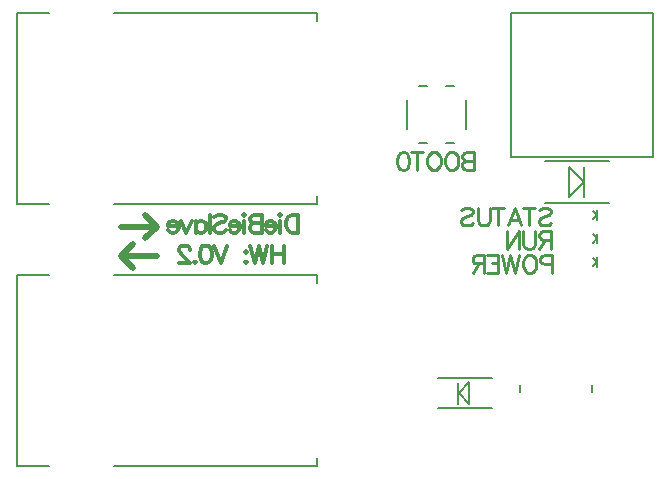
<source format=gbo>
G04 Layer_Color=32896*
%FSLAX44Y44*%
%MOMM*%
G71*
G01*
G75*
%ADD47C,0.2000*%
%ADD48C,0.3000*%
%ADD50C,0.2500*%
%ADD55C,0.5000*%
D47*
X407500Y-130000D02*
Y-124000D01*
X468500Y-130000D02*
Y-124000D01*
X322000Y129000D02*
X329000D01*
X322000Y81000D02*
X329000D01*
X345000Y129000D02*
X352000D01*
X345000Y81000D02*
X352000D01*
X362000Y93000D02*
Y117000D01*
X312000Y93000D02*
Y117000D01*
X-18000Y29000D02*
X9000D01*
X-18000D02*
Y191000D01*
X9000D01*
X236000Y29000D02*
Y36000D01*
X64000Y29000D02*
X236000D01*
X64000Y191000D02*
X236000D01*
Y184000D02*
Y191000D01*
X400000Y68600D02*
X520000D01*
X400000D02*
Y190600D01*
X520000D01*
Y68600D02*
Y190600D01*
X-18000Y-193000D02*
X9000D01*
X-18000D02*
Y-31000D01*
X9000D01*
X236000Y-193000D02*
Y-186000D01*
X64000Y-193000D02*
X236000D01*
X64000Y-31000D02*
X236000D01*
Y-38000D02*
Y-31000D01*
X355500Y-140000D02*
Y-122000D01*
X338000Y-118500D02*
X384000D01*
X338000Y-143500D02*
X384000D01*
X355800Y-131000D02*
X365000Y-121800D01*
Y-140000D02*
Y-122000D01*
X364900Y-140100D02*
X365000Y-140000D01*
X355800Y-131000D02*
X364900Y-140100D01*
X469500Y23500D02*
X473000Y20000D01*
X469500Y16500D02*
X473000Y20000D01*
Y16000D02*
Y24000D01*
X429000Y30000D02*
X483000D01*
X429000Y66000D02*
X483000D01*
X449200Y35500D02*
Y60500D01*
X461700Y48000D01*
X449200Y35500D02*
X461700Y48000D01*
Y35500D02*
Y60500D01*
X469500Y-16500D02*
X473000Y-20000D01*
X469500Y-23500D02*
X473000Y-20000D01*
Y-24000D02*
Y-16000D01*
X469500Y3500D02*
X473000Y-0D01*
X469500Y-3500D02*
X473000Y-0D01*
Y-4000D02*
Y4000D01*
D48*
X208000Y-6003D02*
Y-21000D01*
X198002Y-6003D02*
Y-21000D01*
X208000Y-13145D02*
X198002D01*
X193860Y-6003D02*
X190289Y-21000D01*
X186719Y-6003D02*
X190289Y-21000D01*
X186719Y-6003D02*
X183148Y-21000D01*
X179578Y-6003D02*
X183148Y-21000D01*
X175864Y-11002D02*
X176578Y-11716D01*
X175864Y-12430D01*
X175150Y-11716D01*
X175864Y-11002D01*
Y-19572D02*
X176578Y-20286D01*
X175864Y-21000D01*
X175150Y-20286D01*
X175864Y-19572D01*
X160082Y-6003D02*
X154369Y-21000D01*
X148656Y-6003D02*
X154369Y-21000D01*
X142443Y-6003D02*
X144585Y-6717D01*
X146013Y-8860D01*
X146727Y-12430D01*
Y-14573D01*
X146013Y-18144D01*
X144585Y-20286D01*
X142443Y-21000D01*
X141014D01*
X138872Y-20286D01*
X137444Y-18144D01*
X136730Y-14573D01*
Y-12430D01*
X137444Y-8860D01*
X138872Y-6717D01*
X141014Y-6003D01*
X142443D01*
X132659Y-19572D02*
X133373Y-20286D01*
X132659Y-21000D01*
X131945Y-20286D01*
X132659Y-19572D01*
X127946Y-9574D02*
Y-8860D01*
X127232Y-7431D01*
X126517Y-6717D01*
X125089Y-6003D01*
X122233D01*
X120804Y-6717D01*
X120090Y-7431D01*
X119376Y-8860D01*
Y-10288D01*
X120090Y-11716D01*
X121518Y-13859D01*
X128660Y-21000D01*
X118662D01*
X220000Y19997D02*
Y5000D01*
Y19997D02*
X215001D01*
X212859Y19283D01*
X211430Y17854D01*
X210716Y16426D01*
X210002Y14284D01*
Y10713D01*
X210716Y8571D01*
X211430Y7142D01*
X212859Y5714D01*
X215001Y5000D01*
X220000D01*
X205217Y19997D02*
X204503Y19283D01*
X203789Y19997D01*
X204503Y20711D01*
X205217Y19997D01*
X204503Y14998D02*
Y5000D01*
X201147Y10713D02*
X192577D01*
Y12141D01*
X193291Y13570D01*
X194006Y14284D01*
X195434Y14998D01*
X197576D01*
X199004Y14284D01*
X200433Y12855D01*
X201147Y10713D01*
Y9285D01*
X200433Y7142D01*
X199004Y5714D01*
X197576Y5000D01*
X195434D01*
X194006Y5714D01*
X192577Y7142D01*
X189364Y19997D02*
Y5000D01*
Y19997D02*
X182936D01*
X180794Y19283D01*
X180080Y18569D01*
X179366Y17140D01*
Y15712D01*
X180080Y14284D01*
X180794Y13570D01*
X182936Y12855D01*
X189364D02*
X182936D01*
X180794Y12141D01*
X180080Y11427D01*
X179366Y9999D01*
Y7857D01*
X180080Y6428D01*
X180794Y5714D01*
X182936Y5000D01*
X189364D01*
X174581Y19997D02*
X173867Y19283D01*
X173153Y19997D01*
X173867Y20711D01*
X174581Y19997D01*
X173867Y14998D02*
Y5000D01*
X170511Y10713D02*
X161941D01*
Y12141D01*
X162655Y13570D01*
X163369Y14284D01*
X164797Y14998D01*
X166940D01*
X168368Y14284D01*
X169797Y12855D01*
X170511Y10713D01*
Y9285D01*
X169797Y7142D01*
X168368Y5714D01*
X166940Y5000D01*
X164797D01*
X163369Y5714D01*
X161941Y7142D01*
X148730Y17854D02*
X150158Y19283D01*
X152300Y19997D01*
X155157D01*
X157299Y19283D01*
X158727Y17854D01*
Y16426D01*
X158013Y14998D01*
X157299Y14284D01*
X155871Y13570D01*
X151586Y12141D01*
X150158Y11427D01*
X149444Y10713D01*
X148730Y9285D01*
Y7142D01*
X150158Y5714D01*
X152300Y5000D01*
X155157D01*
X157299Y5714D01*
X158727Y7142D01*
X145373Y19997D02*
Y5000D01*
X133661Y14998D02*
Y5000D01*
Y12855D02*
X135090Y14284D01*
X136518Y14998D01*
X138660D01*
X140089Y14284D01*
X141517Y12855D01*
X142231Y10713D01*
Y9285D01*
X141517Y7142D01*
X140089Y5714D01*
X138660Y5000D01*
X136518D01*
X135090Y5714D01*
X133661Y7142D01*
X129662Y14998D02*
X125377Y5000D01*
X121093Y14998D02*
X125377Y5000D01*
X118665Y10713D02*
X110095D01*
Y12141D01*
X110809Y13570D01*
X111523Y14284D01*
X112951Y14998D01*
X115094D01*
X116522Y14284D01*
X117950Y12855D01*
X118665Y10713D01*
Y9285D01*
X117950Y7142D01*
X116522Y5714D01*
X115094Y5000D01*
X112951D01*
X111523Y5714D01*
X110095Y7142D01*
D50*
X424002Y23854D02*
X425430Y25283D01*
X427573Y25997D01*
X430429D01*
X432572Y25283D01*
X434000Y23854D01*
Y22426D01*
X433286Y20998D01*
X432572Y20284D01*
X431143Y19570D01*
X426859Y18141D01*
X425430Y17427D01*
X424716Y16713D01*
X424002Y15285D01*
Y13142D01*
X425430Y11714D01*
X427573Y11000D01*
X430429D01*
X432572Y11714D01*
X434000Y13142D01*
X415647Y25997D02*
Y11000D01*
X420646Y25997D02*
X410648D01*
X397436Y11000D02*
X403149Y25997D01*
X408862Y11000D01*
X406720Y15999D02*
X399579D01*
X388938Y25997D02*
Y11000D01*
X393937Y25997D02*
X383939D01*
X382154D02*
Y15285D01*
X381440Y13142D01*
X380012Y11714D01*
X377869Y11000D01*
X376441D01*
X374299Y11714D01*
X372870Y13142D01*
X372156Y15285D01*
Y25997D01*
X358016Y23854D02*
X359445Y25283D01*
X361587Y25997D01*
X364444D01*
X366586Y25283D01*
X368014Y23854D01*
Y22426D01*
X367300Y20998D01*
X366586Y20284D01*
X365158Y19570D01*
X360873Y18141D01*
X359445Y17427D01*
X358730Y16713D01*
X358016Y15285D01*
Y13142D01*
X359445Y11714D01*
X361587Y11000D01*
X364444D01*
X366586Y11714D01*
X368014Y13142D01*
X435000Y-21859D02*
X428573D01*
X426430Y-21144D01*
X425716Y-20430D01*
X425002Y-19002D01*
Y-16860D01*
X425716Y-15431D01*
X426430Y-14717D01*
X428573Y-14003D01*
X435000D01*
Y-29000D01*
X417361Y-14003D02*
X418789Y-14717D01*
X420217Y-16146D01*
X420932Y-17574D01*
X421646Y-19716D01*
Y-23287D01*
X420932Y-25429D01*
X420217Y-26858D01*
X418789Y-28286D01*
X417361Y-29000D01*
X414504D01*
X413076Y-28286D01*
X411648Y-26858D01*
X410934Y-25429D01*
X410220Y-23287D01*
Y-19716D01*
X410934Y-17574D01*
X411648Y-16146D01*
X413076Y-14717D01*
X414504Y-14003D01*
X417361D01*
X406720D02*
X403150Y-29000D01*
X399579Y-14003D02*
X403150Y-29000D01*
X399579Y-14003D02*
X396008Y-29000D01*
X392438Y-14003D02*
X396008Y-29000D01*
X380155Y-14003D02*
X389438D01*
Y-29000D01*
X380155D01*
X389438Y-21144D02*
X383725D01*
X377655Y-14003D02*
Y-29000D01*
Y-14003D02*
X371228D01*
X369086Y-14717D01*
X368371Y-15431D01*
X367657Y-16860D01*
Y-18288D01*
X368371Y-19716D01*
X369086Y-20430D01*
X371228Y-21144D01*
X377655D01*
X372656D02*
X367657Y-29000D01*
X434000Y5997D02*
Y-9000D01*
Y5997D02*
X427573D01*
X425430Y5283D01*
X424716Y4568D01*
X424002Y3140D01*
Y1712D01*
X424716Y284D01*
X425430Y-430D01*
X427573Y-1145D01*
X434000D01*
X429001D02*
X424002Y-9000D01*
X420646Y5997D02*
Y-4715D01*
X419932Y-6858D01*
X418503Y-8286D01*
X416361Y-9000D01*
X414933D01*
X412790Y-8286D01*
X411362Y-6858D01*
X410648Y-4715D01*
Y5997D01*
X406506D02*
Y-9000D01*
Y5997D02*
X396508Y-9000D01*
Y5997D02*
Y-9000D01*
X369000Y72997D02*
Y58000D01*
Y72997D02*
X362573D01*
X360430Y72283D01*
X359716Y71568D01*
X359002Y70140D01*
Y68712D01*
X359716Y67284D01*
X360430Y66570D01*
X362573Y65855D01*
X369000D02*
X362573D01*
X360430Y65141D01*
X359716Y64427D01*
X359002Y62999D01*
Y60856D01*
X359716Y59428D01*
X360430Y58714D01*
X362573Y58000D01*
X369000D01*
X351361Y72997D02*
X352789Y72283D01*
X354217Y70854D01*
X354932Y69426D01*
X355646Y67284D01*
Y63713D01*
X354932Y61571D01*
X354217Y60142D01*
X352789Y58714D01*
X351361Y58000D01*
X348504D01*
X347076Y58714D01*
X345648Y60142D01*
X344934Y61571D01*
X344220Y63713D01*
Y67284D01*
X344934Y69426D01*
X345648Y70854D01*
X347076Y72283D01*
X348504Y72997D01*
X351361D01*
X336436D02*
X337864Y72283D01*
X339292Y70854D01*
X340006Y69426D01*
X340720Y67284D01*
Y63713D01*
X340006Y61571D01*
X339292Y60142D01*
X337864Y58714D01*
X336436Y58000D01*
X333579D01*
X332151Y58714D01*
X330723Y60142D01*
X330008Y61571D01*
X329294Y63713D01*
Y67284D01*
X330008Y69426D01*
X330723Y70854D01*
X332151Y72283D01*
X333579Y72997D01*
X336436D01*
X320796D02*
Y58000D01*
X325795Y72997D02*
X315797D01*
X309727D02*
X311869Y72283D01*
X313298Y70140D01*
X314012Y66570D01*
Y64427D01*
X313298Y60856D01*
X311869Y58714D01*
X309727Y58000D01*
X308299D01*
X306156Y58714D01*
X304728Y60856D01*
X304014Y64427D01*
Y66570D01*
X304728Y70140D01*
X306156Y72283D01*
X308299Y72997D01*
X309727D01*
D55*
X70000Y-15000D02*
X100000D01*
X70000D02*
X80000Y-25000D01*
X70000Y-15000D02*
X80000Y-5000D01*
X90000Y0D02*
X100000Y10000D01*
X90000Y20000D02*
X100000Y10000D01*
X70000D02*
X100000D01*
M02*

</source>
